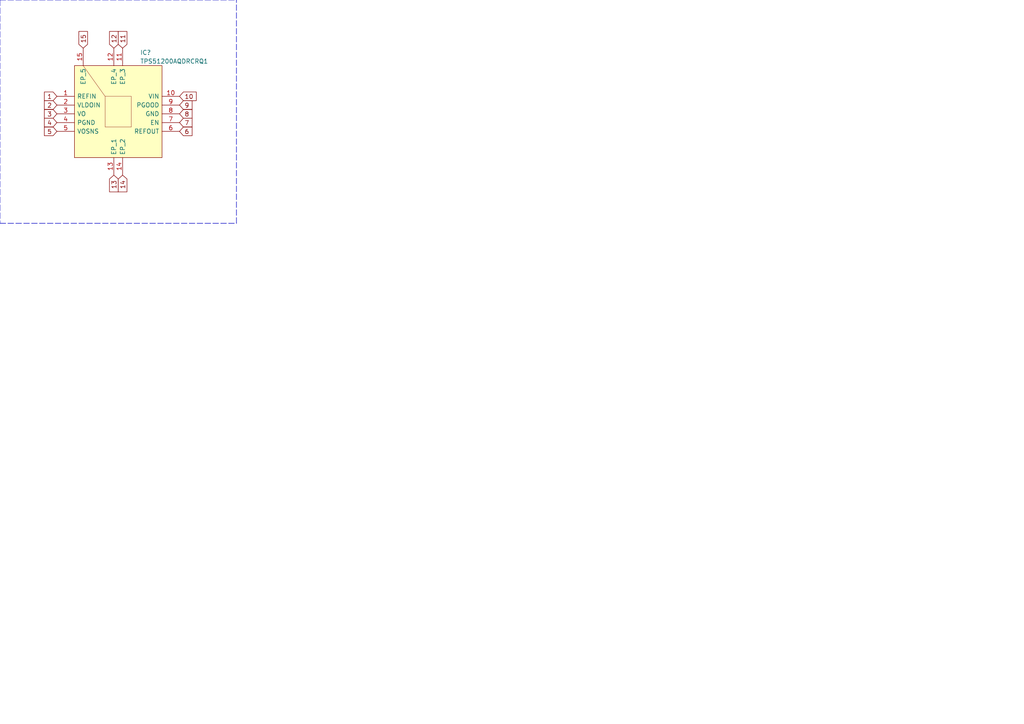
<source format=kicad_sch>
(kicad_sch (version 20201015) (generator eeschema)
  (paper "A4")
  (lib_symbols
    (symbol "TPS51200AQDRCRQ1:TPS51200AQDRCRQ1" (pin_names (offset 0.762))
      (property "Reference" "IC" (at 6.35 16.51 0))
      (property "Value" "TPS51200AQDRCRQ1" (at 6.35 13.97 0))
      (symbol "TPS51200AQDRCRQ1_0_0"
        (pin passive line (at -17.78 3.81 0) (length 5.08) (name "REFIN") (number "1"))
        (pin passive line (at -17.78 1.27 0) (length 5.08) (name "VLDOIN") (number "2"))
        (pin passive line (at -17.78 -1.27 0) (length 5.08) (name "VO") (number "3"))
        (pin passive line (at -17.78 -3.81 0) (length 5.08) (name "PGND") (number "4"))
        (pin passive line (at -17.78 -6.35 0) (length 5.08) (name "VOSNS") (number "5"))
        (pin passive line (at 17.78 -6.35 180) (length 5.08) (name "REFOUT") (number "6"))
        (pin passive line (at 17.78 -3.81 180) (length 5.08) (name "EN") (number "7"))
        (pin passive line (at 17.78 -1.27 180) (length 5.08) (name "GND") (number "8"))
        (pin passive line (at 17.78 1.27 180) (length 5.08) (name "PGOOD") (number "9"))
        (pin passive line (at 17.78 3.81 180) (length 5.08) (name "VIN") (number "10"))
        (pin passive line (at 1.27 17.78 270) (length 5.08) (name "EP_3") (number "11"))
        (pin passive line (at -1.27 -19.05 90) (length 5.08) (name "EP_1") (number "13"))
        (pin passive line (at 1.27 -19.05 90) (length 5.08) (name "EP_2") (number "14"))
        (pin passive line (at -1.27 17.78 270) (length 5.08) (name "EP_4") (number "12"))
        (pin passive line (at -10.16 17.78 270) (length 5.08) (name "EP_5") (number "15"))
      )
      (symbol "TPS51200AQDRCRQ1_0_1"
        (polyline (pts (xy -12.7 12.7) (xy 12.7 12.7) (xy 12.7 -13.97) (xy -12.7 -13.97) (xy -12.7 12.7)) (stroke (width 0.1524)) (fill (type background)))
        (polyline (pts (xy -10.16 12.7) (xy -3.81 3.81) (xy -3.81 -5.08) (xy 3.81 -5.08) (xy 3.81 3.81) (xy -3.81 3.81)) (stroke (width 0.0006)))
      )
    )
  )
  (polyline (pts (xy 0 0) (xy 0 64.77)) (stroke (width 0) (type dash)))
  (polyline (pts (xy 0 0) (xy 68.58 0)) (stroke (width 0) (type dash)))
  (polyline (pts (xy 0 64.77) (xy 68.58 64.77)) (stroke (width 0) (type dash)))
  (polyline (pts (xy 68.58 64.77) (xy 68.58 0)) (stroke (width 0) (type dash)))
  (text "D U72\nF .*\nV .*" (at 0 0 0) (effects (font (size 1.27 1.27)) (justify left bottom)))
  (global_label "1" (shape input) (at 16.51 27.94 180) (property "Intersheet References" "${INTERSHEET_REFS}" (effects hide)))
  (global_label "2" (shape input) (at 16.51 30.48 180) (property "Intersheet References" "${INTERSHEET_REFS}" (effects hide)))
  (global_label "3" (shape input) (at 16.51 33.02 180) (property "Intersheet References" "${INTERSHEET_REFS}" (effects hide)))
  (global_label "4" (shape input) (at 16.51 35.56 180) (property "Intersheet References" "${INTERSHEET_REFS}" (effects hide)))
  (global_label "5" (shape input) (at 16.51 38.1 180) (property "Intersheet References" "${INTERSHEET_REFS}" (effects hide)))
  (global_label "15" (shape input) (at 24.13 13.97 90) (property "Intersheet References" "${INTERSHEET_REFS}" (effects hide)))
  (global_label "12" (shape input) (at 33.02 13.97 90) (property "Intersheet References" "${INTERSHEET_REFS}" (effects hide)))
  (global_label "13" (shape input) (at 33.02 50.8 270) (property "Intersheet References" "${INTERSHEET_REFS}" (effects hide)))
  (global_label "11" (shape input) (at 35.56 13.97 90) (property "Intersheet References" "${INTERSHEET_REFS}" (effects hide)))
  (global_label "14" (shape input) (at 35.56 50.8 270) (property "Intersheet References" "${INTERSHEET_REFS}" (effects hide)))
  (global_label "10" (shape input) (at 52.07 27.94 0) (property "Intersheet References" "${INTERSHEET_REFS}" (effects hide)))
  (global_label "9" (shape input) (at 52.07 30.48 0) (property "Intersheet References" "${INTERSHEET_REFS}" (effects hide)))
  (global_label "8" (shape input) (at 52.07 33.02 0) (property "Intersheet References" "${INTERSHEET_REFS}" (effects hide)))
  (global_label "7" (shape input) (at 52.07 35.56 0) (property "Intersheet References" "${INTERSHEET_REFS}" (effects hide)))
  (global_label "6" (shape input) (at 52.07 38.1 0) (property "Intersheet References" "${INTERSHEET_REFS}" (effects hide)))
  (symbol (lib_id "TPS51200AQDRCRQ1:TPS51200AQDRCRQ1") (at 34.29 31.75 0) (unit 1)
    (property "Reference" "IC?" (at 40.64 15.24 0) (effects (justify left)))
    (property "Value" "TPS51200AQDRCRQ1" (at 40.64 17.78 0) (effects (justify left)))
    (property "Footprint" "TPS51200AQDRCRQ1" (effects hide))
    (property "Datasheet" "http://www.ti.com/lit/gpn/TPS51200A-Q1" (effects hide))
    (property "Description" "Sink and Source DDR Termination Regulator" (effects hide))
    (property "Height" "1" (effects hide))
    (property "Manufacturer_Name" "Texas Instruments" (effects hide))
    (property "Manufacturer_Part_Number" "TPS51200AQDRCRQ1" (effects hide))
    (property "Mouser Part Number" "595-TPS51200AQDRCRQ1" (effects hide))
    (property "Mouser Price/Stock" "https://www.mouser.co.uk/ProductDetail/Texas-Instruments/TPS51200AQDRCRQ1?qs=l7cgNqFNU1gY%2FJNJPp%252Beiw%3D%3D" (effects hide))
    (property "Arrow Part Number" "TPS51200AQDRCRQ1" (effects hide))
    (property "Arrow Price/Stock" "https://www.arrow.com/en/products/tps51200aqdrcrq1/texas-instruments" (effects hide))
  )
)
</source>
